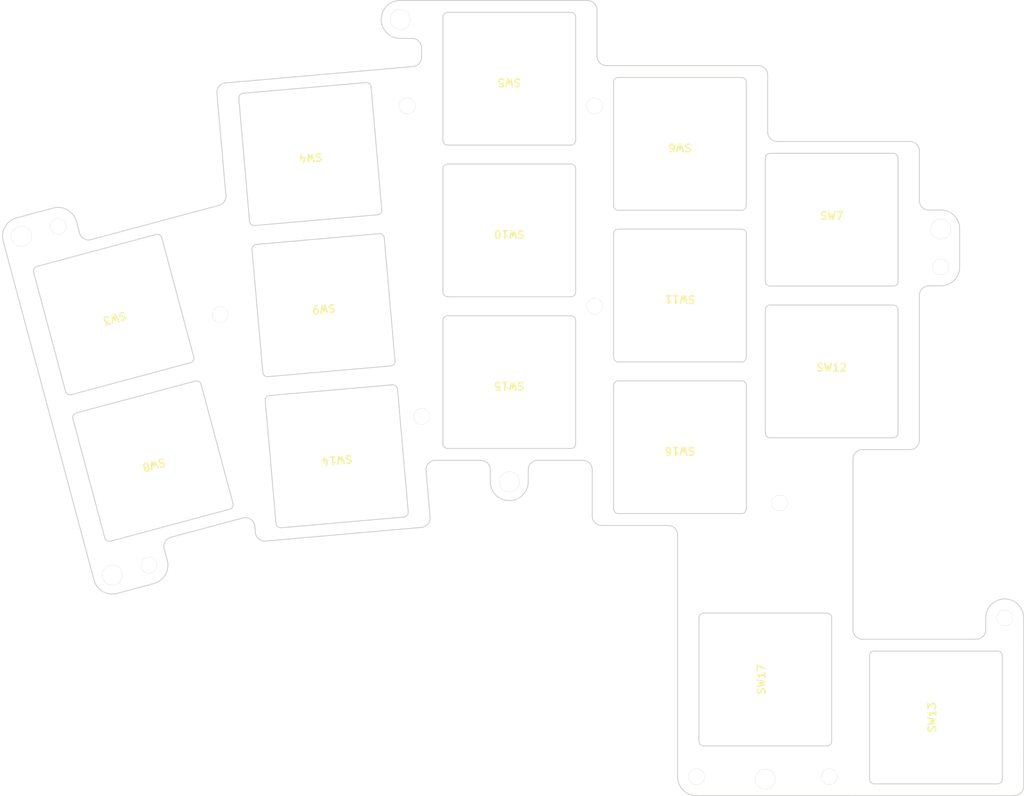
<source format=kicad_pcb>
(kicad_pcb (version 20241229) (generator "pcbnew") (generator_version "9.0")
  (layers (0 "F.Cu" signal) (4 "In1.Cu" signal) (6 "In2.Cu" signal) (2 "B.Cu" signal) (13 "F.Paste" user) (15 "B.Paste" user) (5 "F.SilkS" user "F.Silkscreen") (7 "B.SilkS" user "B.Silkscreen") (1 "F.Mask" user) (3 "B.Mask" user) (25 "Edge.Cuts" user))
  (net 0 "")
  (footprint "pipra:MountingHole_Plate_2.1mm_M2" (layer "F.Cu") (at 33.91713 74.68877)
    (property "Reference" "REF**" (hide yes))
    (property "Value" "MountingHole_Plate_2.1mm_M2" (hide yes))
    (fp_circle (center 0 0) (end 1.05 0) (stroke (width 0.05)) (fill no) (layer "Edge.Cuts"))
    (pad "" np_thru_hole circle (at 0 0) (size 2.1 2.1) (drill 2.1) (layers "*.Cu" "*.Mask"))
  )
  (footprint "ssbb_parts:EC_Plate_L84" (layer "F.Cu") (at 103.364791 80.948075 180)
    (property "Reference" "SW11" (at 0 -0.4 180) (layer "F.SilkS") (effects (font (size 0.8 0.8))))
    (property "Value" "EC_SW")
    (fp_line (start 7 -6.5) (end 7 6.5) (stroke (width 0.1)) (layer "Edge.Cuts"))
    (fp_line (start 6.5 7) (end -6.5 7) (stroke (width 0.1)) (layer "Edge.Cuts"))
    (fp_line (start -6.5 -7) (end 6.5 -7) (stroke (width 0.1)) (layer "Edge.Cuts"))
    (fp_line (start -7 -6.5) (end -7 6.5) (stroke (width 0.1)) (layer "Edge.Cuts"))
    (fp_arc (start 7 6.5) (mid 6.853553 6.853553) (end 6.5 7) (stroke (width 0.1)) (layer "Edge.Cuts"))
    (fp_arc (start 6.5 -7) (mid 6.853553 -6.853553) (end 7 -6.5) (stroke (width 0.1)) (layer "Edge.Cuts"))
    (fp_arc (start -6.5 7) (mid -6.853553 6.853553) (end -7 6.5) (stroke (width 0.1)) (layer "Edge.Cuts"))
    (fp_arc (start -7 -6.5) (mid -6.853553 -6.853553) (end -6.5 -7) (stroke (width 0.1)) (layer "Edge.Cuts"))
  )
  (footprint "pipra:MountingHole_Plate_2.1mm_M2" (layer "F.Cu") (at 130.864834 73.931667 90)
    (property "Reference" "REF**" (hide yes))
    (property "Value" "Plate" (hide yes))
    (fp_circle (center 0 0) (end 1.05 0) (stroke (width 0.05)) (fill no) (layer "Edge.Cuts"))
    (pad "" np_thru_hole circle (at 0 0 90) (size 2.1 2.1) (drill 2.1) (layers "*.Cu" "*.Mask"))
  )
  (footprint "ssbb_parts:EC_Plate_L84" (layer "F.Cu") (at 119.364793 88.948068)
    (property "Reference" "SW12" (at 0 -0.4 0) (layer "F.SilkS") (effects (font (size 0.8 0.8))))
    (property "Value" "EC_SW")
    (fp_line (start -7 -6.5) (end -7 6.5) (stroke (width 0.1)) (layer "Edge.Cuts"))
    (fp_line (start -6.5 -7) (end 6.5 -7) (stroke (width 0.1)) (layer "Edge.Cuts"))
    (fp_line (start 6.5 7) (end -6.5 7) (stroke (width 0.1)) (layer "Edge.Cuts"))
    (fp_line (start 7 -6.5) (end 7 6.5) (stroke (width 0.1)) (layer "Edge.Cuts"))
    (fp_arc (start -7 -6.5) (mid -6.853553 -6.853553) (end -6.5 -7) (stroke (width 0.1)) (layer "Edge.Cuts"))
    (fp_arc (start -6.5 7) (mid -6.853553 6.853553) (end -7 6.5) (stroke (width 0.1)) (layer "Edge.Cuts"))
    (fp_arc (start 6.5 -7) (mid 6.853553 -6.853553) (end 7 -6.5) (stroke (width 0.1)) (layer "Edge.Cuts"))
    (fp_arc (start 7 6.5) (mid 6.853553 6.853553) (end 6.5 7) (stroke (width 0.1)) (layer "Edge.Cuts"))
  )
  (footprint "ssbb_parts:EC_Plate_L84" (layer "F.Cu") (at 85.364786 90.078071 180)
    (property "Reference" "SW15" (at 0 -0.4 180) (layer "F.SilkS") (effects (font (size 0.8 0.8))))
    (property "Value" "EC_SW")
    (fp_line (start 7 -6.5) (end 7 6.5) (stroke (width 0.1)) (layer "Edge.Cuts"))
    (fp_line (start 6.5 7) (end -6.5 7) (stroke (width 0.1)) (layer "Edge.Cuts"))
    (fp_line (start -6.5 -7) (end 6.5 -7) (stroke (width 0.1)) (layer "Edge.Cuts"))
    (fp_line (start -7 -6.5) (end -7 6.5) (stroke (width 0.1)) (layer "Edge.Cuts"))
    (fp_arc (start 7 6.5) (mid 6.853553 6.853553) (end 6.5 7) (stroke (width 0.1)) (layer "Edge.Cuts"))
    (fp_arc (start 6.5 -7) (mid 6.853553 -6.853553) (end 7 -6.5) (stroke (width 0.1)) (layer "Edge.Cuts"))
    (fp_arc (start -6.5 7) (mid -6.853553 6.853553) (end -7 6.5) (stroke (width 0.1)) (layer "Edge.Cuts"))
    (fp_arc (start -7 -6.5) (mid -6.853553 -6.853553) (end -6.5 -7) (stroke (width 0.1)) (layer "Edge.Cuts"))
  )
  (footprint "ssbb_parts:EC_Plate_L84" (layer "F.Cu") (at 64.377243 66.023844 -175)
    (property "Reference" "SW4" (at 0 -0.4 185) (layer "F.SilkS") (effects (font (size 0.8 0.8))))
    (property "Value" "EC_SW")
    (fp_line (start 6.5 7) (end -6.5 7) (stroke (width 0.1)) (layer "Edge.Cuts"))
    (fp_line (start 7 -6.5) (end 7 6.5) (stroke (width 0.1)) (layer "Edge.Cuts"))
    (fp_line (start -6.5 -7) (end 6.5 -7) (stroke (width 0.1)) (layer "Edge.Cuts"))
    (fp_line (start -7 -6.5) (end -7 6.5) (stroke (width 0.1)) (layer "Edge.Cuts"))
    (fp_arc (start 7 6.5) (mid 6.853553 6.853553) (end 6.5 7) (stroke (width 0.1)) (layer "Edge.Cuts"))
    (fp_arc (start 6.5 -7) (mid 6.853553 -6.853553) (end 7 -6.5) (stroke (width 0.1)) (layer "Edge.Cuts"))
    (fp_arc (start -6.5 7) (mid -6.853553 6.853553) (end -7 6.5) (stroke (width 0.1)) (layer "Edge.Cuts"))
    (fp_arc (start -7 -6.5) (mid -6.853553 -6.853553) (end -6.5 -7) (stroke (width 0.1)) (layer "Edge.Cuts"))
  )
  (footprint "ssbb_parts:EC_Plate_L84" (layer "F.Cu") (at 67.166218 97.902078 -175)
    (property "Reference" "SW14" (at 0 -0.4 185) (layer "F.SilkS") (effects (font (size 0.8 0.8))))
    (property "Value" "EC_SW")
    (fp_line (start 6.5 7) (end -6.5 7) (stroke (width 0.1)) (layer "Edge.Cuts"))
    (fp_line (start 7 -6.5) (end 7 6.5) (stroke (width 0.1)) (layer "Edge.Cuts"))
    (fp_line (start -6.5 -7) (end 6.5 -7) (stroke (width 0.1)) (layer "Edge.Cuts"))
    (fp_line (start -7 -6.5) (end -7 6.5) (stroke (width 0.1)) (layer "Edge.Cuts"))
    (fp_arc (start 7 6.5) (mid 6.853553 6.853553) (end 6.5 7) (stroke (width 0.1)) (layer "Edge.Cuts"))
    (fp_arc (start 6.5 -7) (mid 6.853553 -6.853553) (end 7 -6.5) (stroke (width 0.1)) (layer "Edge.Cuts"))
    (fp_arc (start -6.5 7) (mid -6.853553 6.853553) (end -7 6.5) (stroke (width 0.1)) (layer "Edge.Cuts"))
    (fp_arc (start -7 -6.5) (mid -6.853553 -6.853553) (end -6.5 -7) (stroke (width 0.1)) (layer "Edge.Cuts"))
  )
  (footprint "ssbb_parts:EC_Plate_L84" (layer "F.Cu") (at 119.364792 72.948072)
    (property "Reference" "SW7" (at 0 -0.4 0) (layer "F.SilkS") (effects (font (size 0.8 0.8))))
    (property "Value" "EC_SW")
    (fp_line (start -7 -6.5) (end -7 6.5) (stroke (width 0.1)) (layer "Edge.Cuts"))
    (fp_line (start -6.5 -7) (end 6.5 -7) (stroke (width 0.1)) (layer "Edge.Cuts"))
    (fp_line (start 6.5 7) (end -6.5 7) (stroke (width 0.1)) (layer "Edge.Cuts"))
    (fp_line (start 7 -6.5) (end 7 6.5) (stroke (width 0.1)) (layer "Edge.Cuts"))
    (fp_arc (start -7 -6.5) (mid -6.853553 -6.853553) (end -6.5 -7) (stroke (width 0.1)) (layer "Edge.Cuts"))
    (fp_arc (start -6.5 7) (mid -6.853553 6.853553) (end -7 6.5) (stroke (width 0.1)) (layer "Edge.Cuts"))
    (fp_arc (start 6.5 -7) (mid 6.853553 -6.853553) (end 7 -6.5) (stroke (width 0.1)) (layer "Edge.Cuts"))
    (fp_arc (start 7 6.5) (mid 6.853553 6.853553) (end 6.5 7) (stroke (width 0.1)) (layer "Edge.Cuts"))
  )
  (footprint "ssbb_parts:EC_Plate_L84" (layer "F.Cu") (at 103.364795 64.948075 180)
    (property "Reference" "SW6" (at 0 -0.4 180) (layer "F.SilkS") (effects (font (size 0.8 0.8))))
    (property "Value" "EC_SW")
    (fp_line (start 7 -6.5) (end 7 6.5) (stroke (width 0.1)) (layer "Edge.Cuts"))
    (fp_line (start 6.5 7) (end -6.5 7) (stroke (width 0.1)) (layer "Edge.Cuts"))
    (fp_line (start -6.5 -7) (end 6.5 -7) (stroke (width 0.1)) (layer "Edge.Cuts"))
    (fp_line (start -7 -6.5) (end -7 6.5) (stroke (width 0.1)) (layer "Edge.Cuts"))
    (fp_arc (start 7 6.5) (mid 6.853553 6.853553) (end 6.5 7) (stroke (width 0.1)) (layer "Edge.Cuts"))
    (fp_arc (start 6.5 -7) (mid 6.853553 -6.853553) (end 7 -6.5) (stroke (width 0.1)) (layer "Edge.Cuts"))
    (fp_arc (start -6.5 7) (mid -6.853553 6.853553) (end -7 6.5) (stroke (width 0.1)) (layer "Edge.Cuts"))
    (fp_arc (start -7 -6.5) (mid -6.853553 -6.853553) (end -6.5 -7) (stroke (width 0.1)) (layer "Edge.Cuts"))
  )
  (footprint "pipra:MountingHole_Plate_2.1mm_M2" (layer "F.Cu") (at 43.49342 110.42804)
    (property "Reference" "REF**" (hide yes))
    (property "Value" "MountingHole_Plate_2.1mm_M2" (hide yes))
    (fp_circle (center 0 0) (end 1.05 0) (stroke (width 0.05)) (fill no) (layer "Edge.Cuts"))
    (pad "" np_thru_hole circle (at 0 0) (size 2.1 2.1) (drill 2.1) (layers "*.Cu" "*.Mask"))
  )
  (footprint "ssbb_parts:EC_Plate_L84" (layer "F.Cu") (at 103.364785 96.948074 180)
    (property "Reference" "SW16" (at 0 -0.4 180) (layer "F.SilkS") (effects (font (size 0.8 0.8))))
    (property "Value" "EC_SW")
    (fp_line (start 7 -6.5) (end 7 6.5) (stroke (width 0.1)) (layer "Edge.Cuts"))
    (fp_line (start 6.5 7) (end -6.5 7) (stroke (width 0.1)) (layer "Edge.Cuts"))
    (fp_line (start -6.5 -7) (end 6.5 -7) (stroke (width 0.1)) (layer "Edge.Cuts"))
    (fp_line (start -7 -6.5) (end -7 6.5) (stroke (width 0.1)) (layer "Edge.Cuts"))
    (fp_arc (start 7 6.5) (mid 6.853553 6.853553) (end 6.5 7) (stroke (width 0.1)) (layer "Edge.Cuts"))
    (fp_arc (start 6.5 -7) (mid 6.853553 -6.853553) (end 7 -6.5) (stroke (width 0.1)) (layer "Edge.Cuts"))
    (fp_arc (start -6.5 7) (mid -6.853553 6.853553) (end -7 6.5) (stroke (width 0.1)) (layer "Edge.Cuts"))
    (fp_arc (start -7 -6.5) (mid -6.853553 -6.853553) (end -6.5 -7) (stroke (width 0.1)) (layer "Edge.Cuts"))
  )
  (footprint "pipra:MountingHole_Plate_2.1mm_M2" (layer "F.Cu") (at 112.36479 131.948085)
    (property "Reference" "REF**" (hide yes))
    (property "Value" "Plate" (hide yes))
    (fp_circle (center 0 0) (end 1.05 0) (stroke (width 0.05)) (fill no) (layer "Edge.Cuts"))
    (pad "" np_thru_hole circle (at 0 0) (size 2.1 2.1) (drill 2.1) (layers "*.Cu" "*.Mask"))
  )
  (footprint "ssbb_parts:EC_Plate_L84" (layer "F.Cu") (at 47.778793 98.409376 -165)
    (property "Reference" "SW8" (at 0 -0.4 195) (layer "F.SilkS") (effects (font (size 0.8 0.8))))
    (property "Value" "EC_SW")
    (fp_line (start 6.5 7) (end -6.500001 7) (stroke (width 0.1)) (layer "Edge.Cuts"))
    (fp_line (start 7 -6.5) (end 7 6.500001) (stroke (width 0.1)) (layer "Edge.Cuts"))
    (fp_line (start -6.5 -7) (end 6.500001 -7) (stroke (width 0.1)) (layer "Edge.Cuts"))
    (fp_line (start -7 -6.500001) (end -7 6.5) (stroke (width 0.1)) (layer "Edge.Cuts"))
    (fp_arc (start 7 6.500001) (mid 6.853553 6.853553) (end 6.5 7) (stroke (width 0.1)) (layer "Edge.Cuts"))
    (fp_arc (start 6.500001 -7) (mid 6.853553 -6.853553) (end 7 -6.5) (stroke (width 0.1)) (layer "Edge.Cuts"))
    (fp_arc (start -6.500001 7) (mid -6.853553 6.853553) (end -7 6.5) (stroke (width 0.1)) (layer "Edge.Cuts"))
    (fp_arc (start -7 -6.500001) (mid -6.853553 -6.853553) (end -6.5 -7) (stroke (width 0.1)) (layer "Edge.Cuts"))
  )
  (footprint "ssbb_parts:EC_Plate_L84" (layer "F.Cu") (at 85.364798 58.078069 180)
    (property "Reference" "SW5" (at 0 -0.4 180) (layer "F.SilkS") (effects (font (size 0.8 0.8))))
    (property "Value" "EC_SW")
    (fp_line (start 7 -6.5) (end 7 6.5) (stroke (width 0.1)) (layer "Edge.Cuts"))
    (fp_line (start 6.5 7) (end -6.5 7) (stroke (width 0.1)) (layer "Edge.Cuts"))
    (fp_line (start -6.5 -7) (end 6.5 -7) (stroke (width 0.1)) (layer "Edge.Cuts"))
    (fp_line (start -7 -6.5) (end -7 6.5) (stroke (width 0.1)) (layer "Edge.Cuts"))
    (fp_arc (start 7 6.5) (mid 6.853553 6.853553) (end 6.5 7) (stroke (width 0.1)) (layer "Edge.Cuts"))
    (fp_arc (start 6.5 -7) (mid 6.853553 -6.853553) (end 7 -6.5) (stroke (width 0.1)) (layer "Edge.Cuts"))
    (fp_arc (start -6.5 7) (mid -6.853553 6.853553) (end -7 6.5) (stroke (width 0.1)) (layer "Edge.Cuts"))
    (fp_arc (start -7 -6.5) (mid -6.853553 -6.853553) (end -6.5 -7) (stroke (width 0.1)) (layer "Edge.Cuts"))
  )
  (footprint "ssbb_parts:EC_Plate_L84" (layer "F.Cu") (at 65.771732 81.962959 -175)
    (property "Reference" "SW9" (at 0 -0.4 185) (layer "F.SilkS") (effects (font (size 0.8 0.8))))
    (property "Value" "EC_SW")
    (fp_line (start 6.5 7) (end -6.5 7) (stroke (width 0.1)) (layer "Edge.Cuts"))
    (fp_line (start 7 -6.5) (end 7 6.5) (stroke (width 0.1)) (layer "Edge.Cuts"))
    (fp_line (start -6.5 -7) (end 6.5 -7) (stroke (width 0.1)) (layer "Edge.Cuts"))
    (fp_line (start -7 -6.5) (end -7 6.5) (stroke (width 0.1)) (layer "Edge.Cuts"))
    (fp_arc (start 7 6.5) (mid 6.853553 6.853553) (end 6.5 7) (stroke (width 0.1)) (layer "Edge.Cuts"))
    (fp_arc (start 6.5 -7) (mid 6.853553 -6.853553) (end 7 -6.5) (stroke (width 0.1)) (layer "Edge.Cuts"))
    (fp_arc (start -6.5 7) (mid -6.853553 6.853553) (end -7 6.5) (stroke (width 0.1)) (layer "Edge.Cuts"))
    (fp_arc (start -7 -6.5) (mid -6.853553 -6.853553) (end -6.5 -7) (stroke (width 0.1)) (layer "Edge.Cuts"))
  )
  (footprint "ssbb_parts:EC_Plate_L84" (layer "F.Cu") (at 130.36479 125.448088 90)
    (property "Reference" "SW13" (at 0 -0.4 90) (layer "F.SilkS") (effects (font (size 0.8 0.8))))
    (property "Value" "EC_SW")
    (fp_line (start -6.5 -7) (end 6.5 -7) (stroke (width 0.1)) (layer "Edge.Cuts"))
    (fp_line (start 7 -6.5) (end 7 6.5) (stroke (width 0.1)) (layer "Edge.Cuts"))
    (fp_line (start -7 -6.5) (end -7 6.5) (stroke (width 0.1)) (layer "Edge.Cuts"))
    (fp_line (start 6.5 7) (end -6.5 7) (stroke (width 0.1)) (layer "Edge.Cuts"))
    (fp_arc (start 6.5 -7) (mid 6.853553 -6.853553) (end 7 -6.5) (stroke (width 0.1)) (layer "Edge.Cuts"))
    (fp_arc (start -7 -6.5) (mid -6.853553 -6.853553) (end -6.5 -7) (stroke (width 0.1)) (layer "Edge.Cuts"))
    (fp_arc (start 7 6.5) (mid 6.853553 6.853553) (end 6.5 7) (stroke (width 0.1)) (layer "Edge.Cuts"))
    (fp_arc (start -6.5 7) (mid -6.853553 6.853553) (end -7 6.5) (stroke (width 0.1)) (layer "Edge.Cuts"))
  )
  (footprint "ssbb_parts:EC_Plate_L84" (layer "F.Cu") (at 43.63769 82.954559 -165)
    (property "Reference" "SW3" (at 0 -0.4 195) (layer "F.SilkS") (effects (font (size 0.8 0.8))))
    (property "Value" "EC_SW")
    (fp_line (start 6.5 7) (end -6.500001 7) (stroke (width 0.1)) (layer "Edge.Cuts"))
    (fp_line (start 7 -6.5) (end 7 6.500001) (stroke (width 0.1)) (layer "Edge.Cuts"))
    (fp_line (start -6.5 -7) (end 6.500001 -7) (stroke (width 0.1)) (layer "Edge.Cuts"))
    (fp_line (start -7 -6.500001) (end -7 6.5) (stroke (width 0.1)) (layer "Edge.Cuts"))
    (fp_arc (start 7 6.500001) (mid 6.853553 6.853553) (end 6.5 7) (stroke (width 0.1)) (layer "Edge.Cuts"))
    (fp_arc (start 6.500001 -7) (mid 6.853553 -6.853553) (end 7 -6.5) (stroke (width 0.1)) (layer "Edge.Cuts"))
    (fp_arc (start -6.500001 7) (mid -6.853553 6.853553) (end -7 6.5) (stroke (width 0.1)) (layer "Edge.Cuts"))
    (fp_arc (start -7 -6.500001) (mid -6.853553 -6.853553) (end -6.5 -7) (stroke (width 0.1)) (layer "Edge.Cuts"))
  )
  (footprint "pipra:MountingHole_Plate_2.1mm_M2" (layer "F.Cu") (at 73.858658 51.828073)
    (property "Reference" "REF**" (hide yes))
    (property "Value" "Plate" (hide yes))
    (fp_circle (center 0 0) (end 1.05 0) (stroke (width 0.05)) (fill no) (layer "Edge.Cuts"))
    (pad "" np_thru_hole circle (at 0 0) (size 2.1 2.1) (drill 2.1) (layers "*.Cu" "*.Mask"))
  )
  (footprint "pipra:MountingHole_Plate_2.1mm_M2" (layer "F.Cu") (at 85.364778 100.578072)
    (property "Reference" "REF**" (hide yes))
    (property "Value" "Plate" (hide yes))
    (fp_circle (center 0 0) (end 1.05 0) (stroke (width 0.05)) (fill no) (layer "Edge.Cuts"))
    (pad "" np_thru_hole circle (at 0 0) (size 2.1 2.1) (drill 2.1) (layers "*.Cu" "*.Mask"))
  )
  (footprint "ssbb_parts:EC_Plate_L84" (layer "F.Cu") (at 85.364801 74.078072 180)
    (property "Reference" "SW10" (at 0 -0.4 180) (layer "F.SilkS") (effects (font (size 0.8 0.8))))
    (property "Value" "EC_SW")
    (fp_line (start 7 -6.5) (end 7 6.5) (stroke (width 0.1)) (layer "Edge.Cuts"))
    (fp_line (start 6.5 7) (end -6.5 7) (stroke (width 0.1)) (layer "Edge.Cuts"))
    (fp_line (start -6.5 -7) (end 6.5 -7) (stroke (width 0.1)) (layer "Edge.Cuts"))
    (fp_line (start -7 -6.5) (end -7 6.5) (stroke (width 0.1)) (layer "Edge.Cuts"))
    (fp_arc (start 7 6.5) (mid 6.853553 6.853553) (end 6.5 7) (stroke (width 0.1)) (layer "Edge.Cuts"))
    (fp_arc (start 6.5 -7) (mid 6.853553 -6.853553) (end 7 -6.5) (stroke (width 0.1)) (layer "Edge.Cuts"))
    (fp_arc (start -6.5 7) (mid -6.853553 6.853553) (end -7 6.5) (stroke (width 0.1)) (layer "Edge.Cuts"))
    (fp_arc (start -7 -6.5) (mid -6.853553 -6.853553) (end -6.5 -7) (stroke (width 0.1)) (layer "Edge.Cuts"))
  )
  (footprint "ssbb_parts:EC_Plate_L84" (layer "F.Cu") (at 112.364796 121.448085 90)
    (property "Reference" "SW17" (at 0 -0.4 90) (layer "F.SilkS") (effects (font (size 0.8 0.8))))
    (property "Value" "EC_SW")
    (fp_line (start -6.5 -7) (end 6.5 -7) (stroke (width 0.1)) (layer "Edge.Cuts"))
    (fp_line (start 7 -6.5) (end 7 6.5) (stroke (width 0.1)) (layer "Edge.Cuts"))
    (fp_line (start -7 -6.5) (end -7 6.5) (stroke (width 0.1)) (layer "Edge.Cuts"))
    (fp_line (start 6.5 7) (end -6.5 7) (stroke (width 0.1)) (layer "Edge.Cuts"))
    (fp_arc (start 6.5 -7) (mid 6.853553 -6.853553) (end 7 -6.5) (stroke (width 0.1)) (layer "Edge.Cuts"))
    (fp_arc (start -7 -6.5) (mid -6.853553 -6.853553) (end -6.5 -7) (stroke (width 0.1)) (layer "Edge.Cuts"))
    (fp_arc (start 7 6.5) (mid 6.853553 6.853553) (end 6.5 7) (stroke (width 0.1)) (layer "Edge.Cuts"))
    (fp_arc (start -6.5 7) (mid -6.853553 6.853553) (end -7 6.5) (stroke (width 0.1)) (layer "Edge.Cuts"))
  )
  (footprint "pipra:MountingHole_Plate_1.66mm_M2_Tap" (layer "B.Cu") (at 37.780825 73.653498 -15)
    (property "Reference" "H2" (hide yes))
    (property "Value" "PCB" (hide yes))
    (fp_circle (center 0 0) (end 0.83 0) (stroke (width 0.05)) (fill no) (layer "Edge.Cuts"))
    (pad "" np_thru_hole circle (at 0 0 345) (size 1.66 1.66) (drill 1.66) (layers "F&B.Cu" "*.Mask"))
  )
  (footprint "pipra:MountingHole_Plate_1.66mm_M2_Tap" (layer "B.Cu") (at 105.11479 131.698082 180)
    (property "Reference" "H12" (hide yes))
    (property "Value" "PCB" (hide yes))
    (fp_circle (center 0 0) (end 0.83 0) (stroke (width 0.05)) (fill no) (layer "Edge.Cuts"))
    (pad "" np_thru_hole circle (at 0 0 180) (size 1.66 1.66) (drill 1.66) (layers "F&B.Cu" "*.Mask"))
  )
  (footprint "pipra:MountingHole_Plate_1.66mm_M2_Tap" (layer "B.Cu") (at 94.364789 60.948075 180)
    (property "Reference" "H4" (hide yes))
    (property "Value" "PCB" (hide yes))
    (fp_circle (center 0 0) (end 0.83 0) (stroke (width 0.05)) (fill no) (layer "Edge.Cuts"))
    (pad "" np_thru_hole circle (at 0 0 180) (size 1.66 1.66) (drill 1.66) (layers "F&B.Cu" "*.Mask"))
  )
  (footprint "pipra:MountingHole_Plate_1.66mm_M2_Tap" (layer "B.Cu") (at 119.11279 131.698082 180)
    (property "Reference" "H13" (hide yes))
    (property "Value" "PCB" (hide yes))
    (fp_circle (center 0 0) (end 0.83 0) (stroke (width 0.05)) (fill no) (layer "Edge.Cuts"))
    (pad "" np_thru_hole circle (at 0 0 180) (size 1.66 1.66) (drill 1.66) (layers "F&B.Cu" "*.Mask"))
  )
  (footprint "pipra:MountingHole_Plate_1.66mm_M2_Tap" (layer "B.Cu") (at 130.864834 77.931667 90)
    (property "Reference" "H7" (hide yes))
    (property "Value" "PCB" (hide yes))
    (fp_circle (center 0 0) (end 0.83 0) (stroke (width 0.05)) (fill no) (layer "Edge.Cuts"))
    (pad "" np_thru_hole circle (at 0 0 90) (size 1.66 1.66) (drill 1.66) (layers "F&B.Cu" "*.Mask"))
  )
  (footprint "pipra:MountingHole_Plate_1.66mm_M2_Tap" (layer "B.Cu") (at 94.36478 82.078072 180)
    (property "Reference" "H6" (hide yes))
    (property "Value" "PCB" (hide yes))
    (fp_circle (center 0 0) (end 0.83 0) (stroke (width 0.05)) (fill no) (layer "Edge.Cuts"))
    (pad "" np_thru_hole circle (at 0 0 180) (size 1.66 1.66) (drill 1.66) (layers "F&B.Cu" "*.Mask"))
  )
  (footprint "pipra:MountingHole_Plate_1.66mm_M2_Tap" (layer "B.Cu") (at 54.864784 82.948077 180)
    (property "Reference" "H5" (hide yes))
    (property "Value" "PCB" (hide yes))
    (fp_circle (center 0 0) (end 0.83 0) (stroke (width 0.05)) (fill no) (layer "Edge.Cuts"))
    (pad "" np_thru_hole circle (at 0 0 180) (size 1.66 1.66) (drill 1.66) (layers "F&B.Cu" "*.Mask"))
  )
  (footprint "pipra:MountingHole_Plate_1.66mm_M2_Tap" (layer "B.Cu") (at 113.86478 102.828072 180)
    (property "Reference" "H10" (hide yes))
    (property "Value" "PCB" (hide yes))
    (fp_circle (center 0 0) (end 0.83 0) (stroke (width 0.05)) (fill no) (layer "Edge.Cuts"))
    (pad "" np_thru_hole circle (at 0 0 180) (size 1.66 1.66) (drill 1.66) (layers "F&B.Cu" "*.Mask"))
  )
  (footprint "pipra:MountingHole_Plate_1.66mm_M2_Tap" (layer "B.Cu") (at 47.357128 109.392754 165)
    (property "Reference" "H8" (hide yes))
    (property "Value" "PCB" (hide yes))
    (fp_circle (center 0 0) (end 0.83 0) (stroke (width 0.05)) (fill no) (layer "Edge.Cuts"))
    (pad "" np_thru_hole circle (at 0 0 165) (size 1.66 1.66) (drill 1.66) (layers "F&B.Cu" "*.Mask"))
  )
  (footprint "pipra:MountingHole_Plate_1.66mm_M2_Tap" (layer "B.Cu") (at 137.61279 114.948082)
    (property "Reference" "H11" (hide yes))
    (property "Value" "PCB" (hide yes))
    (fp_circle (center 0 0) (end 0.83 0) (stroke (width 0.05)) (fill no) (layer "Edge.Cuts"))
    (pad "" np_thru_hole circle (at 0 0) (size 1.66 1.66) (drill 1.66) (layers "F&B.Cu" "*.Mask"))
  )
  (footprint "pipra:MountingHole_Plate_1.66mm_M2_Tap" (layer "B.Cu") (at 74.614785 60.948075 180)
    (property "Reference" "H3" (hide yes))
    (property "Value" "PCB" (hide yes))
    (fp_circle (center 0 0) (end 0.83 0) (stroke (width 0.05)) (fill no) (layer "Edge.Cuts"))
    (pad "" np_thru_hole circle (at 0 0 180) (size 1.66 1.66) (drill 1.66) (layers "F&B.Cu" "*.Mask"))
  )
  (footprint "pipra:MountingHole_Plate_1.66mm_M2_Tap" (layer "B.Cu") (at 76.114788 93.698075 180)
    (property "Reference" "H9" (hide yes))
    (property "Value" "PCB" (hide yes))
    (fp_circle (center 0 0) (end 0.83 0) (stroke (width 0.05)) (fill no) (layer "Edge.Cuts"))
    (pad "" np_thru_hole circle (at 0 0 180) (size 1.66 1.66) (drill 1.66) (layers "F&B.Cu" "*.Mask"))
  )
  (gr_line (start 111.614789 56.698073) (end 95.614788 56.698069) (stroke (width 0.1)) (layer "Edge.Cuts"))
  (gr_arc (start 75.110719 53.82807) (mid 75.816335 54.119487) (end 76.110711 54.823885) (stroke (width 0.1)) (layer "Edge.Cuts"))
  (gr_line (start 47.874765 111.324605) (end 44.011035 112.359889) (stroke (width 0.1)) (layer "Edge.Cuts"))
  (gr_arc (start 135.61279 114.948082) (mid 137.612791 112.948082) (end 139.612788 114.948083) (stroke (width 0.1)) (layer "Edge.Cuts"))
  (gr_line (start 39.712677 73.135859) (end 40.0362 74.343266) (stroke (width 0.1)) (layer "Edge.Cuts"))
  (gr_line (start 77.012892 104.318299) (end 76.58393 99.415226) (stroke (width 0.1)) (layer "Edge.Cuts"))
  (gr_arc (start 121.61479 98.198072) (mid 121.907671 97.490937) (end 122.614789 97.198072) (stroke (width 0.1)) (layer "Edge.Cuts"))
  (gr_arc (start 93.614791 49.82807) (mid 94.321906 50.120955) (end 94.614792 50.828069) (stroke (width 0.1)) (layer "Edge.Cuts"))
  (gr_arc (start 37.263186 71.721646) (mid 38.78083 71.921449) (end 39.712677 73.13586) (stroke (width 0.1)) (layer "Edge.Cuts"))
  (gr_arc (start 111.614789 56.698073) (mid 112.321905 56.990958) (end 112.614788 57.698074) (stroke (width 0.1)) (layer "Edge.Cuts"))
  (gr_arc (start 122.61479 117.198087) (mid 121.907686 116.905186) (end 121.614791 116.198087) (stroke (width 0.1)) (layer "Edge.Cuts"))
  (gr_arc (start 59.666643 106.839718) (mid 58.936698 106.60956) (end 58.583291 105.930683) (stroke (width 0.1)) (layer "Edge.Cuts"))
  (gr_line (start 37.263186 71.721646) (end 33.399457 72.756928) (stroke (width 0.1)) (layer "Edge.Cuts"))
  (gr_arc (start 105.11479 133.698081) (mid 103.700577 133.112295) (end 103.114791 131.698082) (stroke (width 0.1)) (layer "Edge.Cuts"))
  (gr_line (start 134.612791 117.198084) (end 122.614789 117.198085) (stroke (width 0.1)) (layer "Edge.Cuts"))
  (gr_line (start 128.614835 96.198085) (end 128.614835 80.931668) (stroke (width 0.1)) (layer "Edge.Cuts"))
  (gr_arc (start 95.614788 56.698069) (mid 94.907692 56.405167) (end 94.614789 55.69807) (stroke (width 0.1)) (layer "Edge.Cuts"))
  (gr_arc (start 48.965454 107.667706) (mid 49.065331 106.908854) (end 49.672562 106.442961) (stroke (width 0.1)) (layer "Edge.Cuts"))
  (gr_line (start 128.614788 65.698071) (end 128.614831 70.931676) (stroke (width 0.1)) (layer "Edge.Cuts"))
  (gr_line (start 41.561574 110.945668) (end 40.979234 108.772333) (stroke (width 0.1)) (layer "Edge.Cuts"))
  (gr_line (start 139.614784 132.698088) (end 139.612789 114.948089) (stroke (width 0.1)) (layer "Edge.Cuts"))
  (gr_line (start 94.114781 99.328072) (end 94.11478 104.198072) (stroke (width 0.1)) (layer "Edge.Cuts"))
  (gr_line (start 73.85866 53.82807) (end 75.110719 53.82807) (stroke (width 0.1)) (layer "Edge.Cuts"))
  (gr_arc (start 113.614787 64.698072) (mid 112.907691 64.405169) (end 112.614787 63.698072) (stroke (width 0.1)) (layer "Edge.Cuts"))
  (gr_line (start 93.614791 49.82807) (end 73.85866 49.828071) (stroke (width 0.1)) (layer "Edge.Cuts"))
  (gr_arc (start 76.114791 55.799096) (mid 75.852054 56.474677) (end 75.201946 56.79529) (stroke (width 0.1)) (layer "Edge.Cuts"))
  (gr_arc (start 139.614791 132.698088) (mid 139.32188 133.405156) (end 138.614791 133.698086) (stroke (width 0.1)) (layer "Edge.Cuts"))
  (gr_line (start 54.736222 71.439685) (end 41.260945 75.050372) (stroke (width 0.1)) (layer "Edge.Cuts"))
  (gr_arc (start 129.614831 71.931668) (mid 128.907718 71.638787) (end 128.614831 70.931676) (stroke (width 0.1)) (layer "Edge.Cuts"))
  (gr_line (start 93.114782 98.32807) (end 88.36478 98.328069) (stroke (width 0.1)) (layer "Edge.Cuts"))
  (gr_arc (start 132.864836 77.931667) (mid 132.279028 79.34585) (end 130.864835 79.931667) (stroke (width 0.1)) (layer "Edge.Cuts"))
  (gr_arc (start 128.614787 96.198073) (mid 128.321874 96.905163) (end 127.614788 97.198073) (stroke (width 0.1)) (layer "Edge.Cuts"))
  (gr_line (start 121.614791 116.198087) (end 121.61479 98.198072) (stroke (width 0.1)) (layer "Edge.Cuts"))
  (gr_arc (start 93.114782 98.32807) (mid 93.821905 98.620952) (end 94.114781 99.328072) (stroke (width 0.1)) (layer "Edge.Cuts"))
  (gr_line (start 77.580123 98.328072) (end 82.364778 98.328069) (stroke (width 0.1)) (layer "Edge.Cuts"))
  (gr_line (start 59.666643 106.839718) (end 76.103853 105.40165) (stroke (width 0.1)) (layer "Edge.Cuts"))
  (gr_line (start 95.11478 105.198076) (end 102.114789 105.198076) (stroke (width 0.1)) (layer "Edge.Cuts"))
  (gr_line (start 130.864836 79.931668) (end 129.614834 79.931668) (stroke (width 0.1)) (layer "Edge.Cuts"))
  (gr_line (start 94.614792 50.828069) (end 94.614791 55.698071) (stroke (width 0.1)) (layer "Edge.Cuts"))
  (gr_line (start 127.614796 64.698071) (end 113.614787 64.698072) (stroke (width 0.1)) (layer "Edge.Cuts"))
  (gr_arc (start 95.11478 105.198076) (mid 94.407685 104.90517) (end 94.11478 104.198072) (stroke (width 0.1)) (layer "Edge.Cuts"))
  (gr_arc (start 77.012892 104.318299) (mid 76.782736 105.048229) (end 76.103853 105.40165) (stroke (width 0.1)) (layer "Edge.Cuts"))
  (gr_line (start 127.619991 97.198073) (end 122.614789 97.198072) (stroke (width 0.1)) (layer "Edge.Cuts"))
  (gr_arc (start 57.271835 104.406746) (mid 58.104222 104.553538) (end 58.526846 105.285515) (stroke (width 0.1)) (layer "Edge.Cuts"))
  (gr_line (start 83.364779 100.578072) (end 83.364779 99.32807) (stroke (width 0.1)) (layer "Edge.Cuts"))
  (gr_arc (start 87.364779 99.328069) (mid 87.657661 98.620932) (end 88.36478 98.328069) (stroke (width 0.1)) (layer "Edge.Cuts"))
  (gr_arc (start 31.985272 75.206411) (mid 32.185074 73.688772) (end 33.399487 72.75692) (stroke (width 0.1)) (layer "Edge.Cuts"))
  (gr_line (start 112.614787 63.698072) (end 112.614788 57.698074) (stroke (width 0.1)) (layer "Edge.Cuts"))
  (gr_line (start 103.114791 131.698082) (end 103.11479 106.198074) (stroke (width 0.1)) (layer "Edge.Cuts"))
  (gr_line (start 49.288979 108.875117) (end 48.965454 107.667706) (stroke (width 0.1)) (layer "Edge.Cuts"))
  (gr_arc (start 135.612791 116.198084) (mid 135.319897 116.90519) (end 134.612791 117.198084) (stroke (width 0.1)) (layer "Edge.Cuts"))
  (gr_arc (start 41.260945 75.050372) (mid 40.502121 74.950476) (end 40.0362 74.343266) (stroke (width 0.1)) (layer "Edge.Cuts"))
  (gr_arc (start 82.364778 98.328069) (mid 83.071903 98.62095) (end 83.364779 99.32807) (stroke (width 0.1)) (layer "Edge.Cuts"))
  (gr_line (start 54.530554 59.607625) (end 55.473597 70.386605) (stroke (width 0.1)) (layer "Edge.Cuts"))
  (gr_arc (start 76.58393 99.415226) (mid 76.842876 98.652533) (end 77.580123 98.328072) (stroke (width 0.1)) (layer "Edge.Cuts"))
  (gr_arc (start 54.530554 59.607625) (mid 54.760732 58.877708) (end 55.439595 58.524274) (stroke (width 0.1)) (layer "Edge.Cuts"))
  (gr_line (start 31.985269 75.206412) (end 40.979234 108.772333) (stroke (width 0.1)) (layer "Edge.Cuts"))
  (gr_line (start 58.583291 105.930683) (end 58.526846 105.285515) (stroke (width 0.1)) (layer "Edge.Cuts"))
  (gr_line (start 135.61279 114.948081) (end 135.612791 116.198084) (stroke (width 0.1)) (layer "Edge.Cuts"))
  (gr_line (start 57.271835 104.406746) (end 49.672562 106.442961) (stroke (width 0.1)) (layer "Edge.Cuts"))
  (gr_arc (start 102.114789 105.198076) (mid 102.821902 105.49096) (end 103.11479 106.198074) (stroke (width 0.1)) (layer "Edge.Cuts"))
  (gr_arc (start 44.011063 112.35988) (mid 42.493425 112.160083) (end 41.561574 110.945668) (stroke (width 0.1)) (layer "Edge.Cuts"))
  (gr_arc (start 73.85866 53.82807) (mid 71.858663 51.828074) (end 73.85866 49.828071) (stroke (width 0.1)) (layer "Edge.Cuts"))
  (gr_line (start 132.864836 77.931667) (end 132.864837 73.931642) (stroke (width 0.1)) (layer "Edge.Cuts"))
  (gr_line (start 121.11279 133.702942) (end 138.614791 133.702943) (stroke (width 0.1)) (layer "Edge.Cuts"))
  (gr_line (start 76.114791 55.799096) (end 76.110711 54.823885) (stroke (width 0.1)) (layer "Edge.Cuts"))
  (gr_arc (start 55.473597 70.386605) (mid 55.296582 71.047356) (end 54.736222 71.439685) (stroke (width 0.1)) (layer "Edge.Cuts"))
  (gr_arc (start 128.614835 80.931668) (mid 128.907706 80.22453) (end 129.614834 79.931668) (stroke (width 0.1)) (layer "Edge.Cuts"))
  (gr_line (start 105.11479 133.69808) (end 121.11279 133.69808) (stroke (width 0.1)) (layer "Edge.Cuts"))
  (gr_line (start 87.364779 100.578072) (end 87.364779 99.328069) (stroke (width 0.1)) (layer "Edge.Cuts"))
  (gr_arc (start 49.288978 108.875116) (mid 49.089172 110.392748) (end 47.874765 111.324605) (stroke (width 0.1)) (layer "Edge.Cuts"))
  (gr_line (start 130.864835 71.931666) (end 129.614831 71.931668) (stroke (width 0.1)) (layer "Edge.Cuts"))
  (gr_arc (start 127.614789 64.698071) (mid 128.321878 64.990965) (end 128.614788 65.698071) (stroke (width 0.1)) (layer "Edge.Cuts"))
  (gr_arc (start 130.864835 71.931668) (mid 132.279037 72.517465) (end 132.864835 73.931667) (stroke (width 0.1)) (layer "Edge.Cuts"))
  (gr_arc (start 87.364779 100.578072) (mid 85.364779 102.578074) (end 83.364779 100.578072) (stroke (width 0.1)) (layer "Edge.Cuts"))
  (gr_line (start 55.439595 58.524274) (end 75.201946 56.79529) (stroke (width 0.1)) (layer "Edge.Cuts"))
)
</source>
